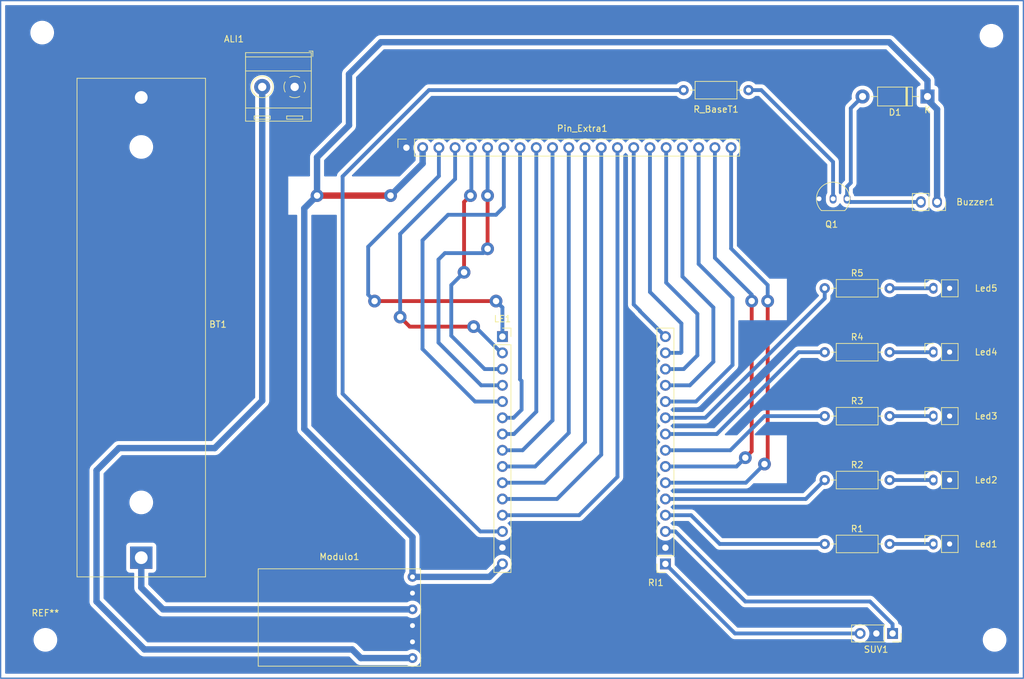
<source format=kicad_pcb>
(kicad_pcb (version 20240108) (generator "pcbnew") (generator_version "8.0")
  (layers (0 "F.Cu" signal) (31 "B.Cu" signal) (34 "B.Paste" user) (35 "F.Paste" user) (36 "B.SilkS" user "B.Silkscreen") (37 "F.SilkS" user "F.Silkscreen") (38 "B.Mask" user) (39 "F.Mask" user) (44 "Edge.Cuts" user))
  (net 0 "")
  (net 1 "GND")
  (net 2 "Net-(Buzzer1-Pin_2)")
  (net 3 "Net-(Buzzer1-Pin_1)")
  (net 4 "Net-(LE1-Pin_10)")
  (net 5 "Net-(LE1-Pin_7)")
  (net 6 "Net-(LE1-Pin_12)")
  (net 7 "Net-(LE1-Pin_6)")
  (net 8 "Net-(LE1-Pin_8)")
  (net 9 "Net-(LE1-Pin_11)")
  (net 10 "Net-(LE1-Pin_2)")
  (net 11 "Net-(LE1-Pin_9)")
  (net 12 "Net-(LE1-Pin_4)")
  (net 13 "Net-(LE1-Pin_3)")
  (net 14 "Net-(LE1-Pin_5)")
  (net 15 "Net-(Led1-Pin_1)")
  (net 16 "Net-(Led2-Pin_1)")
  (net 17 "Net-(Led3-Pin_1)")
  (net 18 "Net-(Led4-Pin_1)")
  (net 19 "Net-(Led5-Pin_1)")
  (net 20 "Net-(RI1-Pin_4)")
  (net 21 "Net-(RI1-Pin_5)")
  (net 22 "Net-(RI1-Pin_8)")
  (net 23 "Net-(RI1-Pin_9)")
  (net 24 "Net-(RI1-Pin_10)")
  (net 25 "Net-(RI1-Pin_1)")
  (net 26 "Net-(RI1-Pin_3)")
  (net 27 "Net-(LE1-Pin_13)")
  (net 28 "Net-(LE1-Pin_1)")
  (net 29 "Net-(Pin_Extra1-Pin_20)")
  (net 30 "Net-(Pin_Extra1-Pin_16)")
  (net 31 "Net-(Pin_Extra1-Pin_19)")
  (net 32 "Net-(Pin_Extra1-Pin_15)")
  (net 33 "Net-(Pin_Extra1-Pin_18)")
  (net 34 "Net-(ALI1-Pin_2)")
  (net 35 "Net-(BT1-+)")
  (net 36 "Net-(Pin_Extra1-Pin_21)")
  (net 37 "Net-(Pin_Extra1-Pin_17)")
  (net 38 "Net-(Q1-B)")
  (footprint "Resistor_THT:R_Axial_DIN0207_L6.3mm_D2.5mm_P10.16mm_Horizontal" (layer "F.Cu") (at 241.42 96.5)
    (property "Reference" "R3" (at 5.08 -2.37 0) (layer "F.SilkS"))
    (property "Value" "R-L3")
    (fp_line (start 1.04 0) (end 1.81 0) (stroke (width 0.12)) (layer "F.SilkS"))
    (fp_line (start 1.81 -1.37) (end 1.81 1.37) (stroke (width 0.12)) (layer "F.SilkS"))
    (fp_line (start 1.81 1.37) (end 8.35 1.37) (stroke (width 0.12)) (layer "F.SilkS"))
    (fp_line (start 8.35 -1.37) (end 1.81 -1.37) (stroke (width 0.12)) (layer "F.SilkS"))
    (fp_line (start 8.35 1.37) (end 8.35 -1.37) (stroke (width 0.12)) (layer "F.SilkS"))
    (fp_line (start 9.12 0) (end 8.35 0) (stroke (width 0.12)) (layer "F.SilkS"))
    (pad "1" thru_hole circle (at 0 0) (size 1.6 1.6) (drill 0.8) (layers "*.Cu" "*.Mask") (net 22 "Net-(RI1-Pin_8)"))
    (pad "2" thru_hole oval (at 10.16 0) (size 1.6 1.6) (drill 0.8) (layers "*.Cu" "*.Mask") (net 17 "Net-(Led3-Pin_1)"))
  )
  (footprint "Connector_PinSocket_2.54mm:PinSocket_1x02_P2.54mm_Vertical" (layer "F.Cu") (at 258.42 76.5 90)
    (property "Reference" "Led5" (at 0 8.25 180) (layer "F.SilkS"))
    (property "Value" "L5")
    (fp_line (start 1.33 -1.33) (end 1.33 0) (stroke (width 0.12)) (layer "F.SilkS"))
    (fp_line (start 0 -1.33) (end 1.33 -1.33) (stroke (width 0.12)) (layer "F.SilkS"))
    (fp_line (start 1.33 1.27) (end 1.33 3.87) (stroke (width 0.12)) (layer "F.SilkS"))
    (fp_line (start -1.33 1.27) (end 1.33 1.27) (stroke (width 0.12)) (layer "F.SilkS"))
    (fp_line (start -1.33 1.27) (end -1.33 3.87) (stroke (width 0.12)) (layer "F.SilkS"))
    (fp_line (start -1.33 3.87) (end 1.33 3.87) (stroke (width 0.12)) (layer "F.SilkS"))
    (pad "1" thru_hole oval (at 0 0 90) (size 1.7 1.3) (drill 0.8) (layers "*.Cu" "*.Mask") (net 19 "Net-(Led5-Pin_1)"))
    (pad "2" thru_hole oval (at 0 2.54 90) (size 1.7 1.3) (drill 0.8) (layers "*.Cu" "*.Mask") (net 1 "GND"))
  )
  (footprint "Connector_PinSocket_2.54mm:PinSocket_1x15_P2.54mm_Vertical" (layer "F.Cu") (at 216.5 119.62 180)
    (property "Reference" "RI1" (at 1.5 -2.94 0) (layer "F.SilkS"))
    (property "Value" "Conn_01x15_Socket" (hide yes))
    (fp_line (start 1.33 1.27) (end 1.33 36.89) (stroke (width 0.12)) (layer "F.SilkS"))
    (fp_line (start 1.33 -1.33) (end 1.33 0) (stroke (width 0.12)) (layer "F.SilkS"))
    (fp_line (start 0 -1.33) (end 1.33 -1.33) (stroke (width 0.12)) (layer "F.SilkS"))
    (fp_line (start -1.33 36.89) (end 1.33 36.89) (stroke (width 0.12)) (layer "F.SilkS"))
    (fp_line (start -1.33 1.27) (end 1.33 1.27) (stroke (width 0.12)) (layer "F.SilkS"))
    (fp_line (start -1.33 1.27) (end -1.33 36.89) (stroke (width 0.12)) (layer "F.SilkS"))
    (pad "1" thru_hole rect (at 0 0 180) (size 1.7 1.7) (drill 1) (layers "*.Cu" "*.Mask") (net 25 "Net-(RI1-Pin_1)"))
    (pad "2" thru_hole oval (at 0 2.54 180) (size 1.7 1.7) (drill 1) (layers "*.Cu" "*.Mask") (net 1 "GND"))
    (pad "3" thru_hole oval (at 0 5.08 180) (size 1.7 1.7) (drill 1) (layers "*.Cu" "*.Mask") (net 26 "Net-(RI1-Pin_3)"))
    (pad "4" thru_hole oval (at 0 7.62 180) (size 1.7 1.7) (drill 1) (layers "*.Cu" "*.Mask") (net 20 "Net-(RI1-Pin_4)"))
    (pad "5" thru_hole oval (at 0 10.16 180) (size 1.7 1.7) (drill 1) (layers "*.Cu" "*.Mask") (net 21 "Net-(RI1-Pin_5)"))
    (pad "6" thru_hole oval (at 0 12.7 180) (size 1.7 1.7) (drill 1) (layers "*.Cu" "*.Mask") (net 36 "Net-(Pin_Extra1-Pin_21)"))
    (pad "7" thru_hole oval (at 0 15.24 180) (size 1.7 1.7) (drill 1) (layers "*.Cu" "*.Mask") (net 29 "Net-(Pin_Extra1-Pin_20)"))
    (pad "8" thru_hole oval (at 0 17.78 180) (size 1.7 1.7) (drill 1) (layers "*.Cu" "*.Mask") (net 22 "Net-(RI1-Pin_8)"))
    (pad "9" thru_hole oval (at 0 20.32 180) (size 1.7 1.7) (drill 1) (layers "*.Cu" "*.Mask") (net 23 "Net-(RI1-Pin_9)"))
    (pad "10" thru_hole oval (at 0 22.86 180) (size 1.7 1.7) (drill 1) (layers "*.Cu" "*.Mask") (net 24 "Net-(RI1-Pin_10)"))
    (pad "11" thru_hole oval (at 0 25.4 180) (size 1.7 1.7) (drill 1) (layers "*.Cu" "*.Mask") (net 31 "Net-(Pin_Extra1-Pin_19)"))
    (pad "12" thru_hole oval (at 0 27.94 180) (size 1.7 1.7) (drill 1) (layers "*.Cu" "*.Mask") (net 33 "Net-(Pin_Extra1-Pin_18)"))
    (pad "13" thru_hole oval (at 0 30.48 180) (size 1.7 1.7) (drill 1) (layers "*.Cu" "*.Mask") (net 37 "Net-(Pin_Extra1-Pin_17)"))
    (pad "14" thru_hole oval (at 0 33.02 180) (size 1.7 1.7) (drill 1) (layers "*.Cu" "*.Mask") (net 30 "Net-(Pin_Extra1-Pin_16)"))
    (pad "15" thru_hole oval (at 0 35.56 180) (size 1.7 1.7) (drill 1) (layers "*.Cu" "*.Mask") (net 32 "Net-(Pin_Extra1-Pin_15)"))
  )
  (footprint "Resistor_THT:R_Axial_DIN0207_L6.3mm_D2.5mm_P10.16mm_Horizontal" (layer "F.Cu") (at 241.42 106.5)
    (property "Reference" "R2" (at 5.08 -2.37 0) (layer "F.SilkS"))
    (property "Value" "R-L2")
    (fp_line (start 1.04 0) (end 1.81 0) (stroke (width 0.12)) (layer "F.SilkS"))
    (fp_line (start 1.81 -1.37) (end 1.81 1.37) (stroke (width 0.12)) (layer "F.SilkS"))
    (fp_line (start 1.81 1.37) (end 8.35 1.37) (stroke (width 0.12)) (layer "F.SilkS"))
    (fp_line (start 8.35 -1.37) (end 1.81 -1.37) (stroke (width 0.12)) (layer "F.SilkS"))
    (fp_line (start 8.35 1.37) (end 8.35 -1.37) (stroke (width 0.12)) (layer "F.SilkS"))
    (fp_line (start 9.12 0) (end 8.35 0) (stroke (width 0.12)) (layer "F.SilkS"))
    (pad "1" thru_hole circle (at 0 0) (size 1.6 1.6) (drill 0.8) (layers "*.Cu" "*.Mask") (net 21 "Net-(RI1-Pin_5)"))
    (pad "2" thru_hole oval (at 10.16 0) (size 1.6 1.6) (drill 0.8) (layers "*.Cu" "*.Mask") (net 16 "Net-(Led2-Pin_1)"))
  )
  (footprint "Resistor_THT:R_Axial_DIN0207_L6.3mm_D2.5mm_P10.16mm_Horizontal" (layer "F.Cu") (at 241.42 86.5)
    (property "Reference" "R4" (at 5.08 -2.37 0) (layer "F.SilkS"))
    (property "Value" "R-L4")
    (fp_line (start 1.04 0) (end 1.81 0) (stroke (width 0.12)) (layer "F.SilkS"))
    (fp_line (start 1.81 -1.37) (end 1.81 1.37) (stroke (width 0.12)) (layer "F.SilkS"))
    (fp_line (start 1.81 1.37) (end 8.35 1.37) (stroke (width 0.12)) (layer "F.SilkS"))
    (fp_line (start 8.35 -1.37) (end 1.81 -1.37) (stroke (width 0.12)) (layer "F.SilkS"))
    (fp_line (start 8.35 1.37) (end 8.35 -1.37) (stroke (width 0.12)) (layer "F.SilkS"))
    (fp_line (start 9.12 0) (end 8.35 0) (stroke (width 0.12)) (layer "F.SilkS"))
    (pad "1" thru_hole circle (at 0 0) (size 1.6 1.6) (drill 0.8) (layers "*.Cu" "*.Mask") (net 23 "Net-(RI1-Pin_9)"))
    (pad "2" thru_hole oval (at 10.16 0) (size 1.6 1.6) (drill 0.8) (layers "*.Cu" "*.Mask") (net 18 "Net-(Led4-Pin_1)"))
  )
  (footprint "Battery:BatteryHolder_MPD_BH-18650-PC2" (layer "F.Cu") (at 134.5 118.645 90)
    (property "Reference" "BT1" (at 36.5 12 180) (layer "F.SilkS"))
    (property "Value" "Battery")
    (fp_line (start 75 -10.05) (end 75 10.05) (stroke (width 0.12)) (layer "F.SilkS"))
    (fp_line (start -3 -10.05) (end 75 -10.05) (stroke (width 0.12)) (layer "F.SilkS"))
    (fp_line (start 75 10.05) (end -3 10.05) (stroke (width 0.12)) (layer "F.SilkS"))
    (fp_line (start -3 10.05) (end -3 -10.05) (stroke (width 0.12)) (layer "F.SilkS"))
    (pad "" np_thru_hole circle (at 8.645 0 90) (size 3.2 3.2) (drill 3.2) (layers "*.Cu" "*.Mask"))
    (pad "" np_thru_hole circle (at 64.255 0 90) (size 3.2 3.2) (drill 3.2) (layers "*.Cu" "*.Mask"))
    (pad "1" thru_hole rect (at 0 0 90) (size 3.5 3.5) (drill 2) (layers "*.Cu" "*.Mask") (net 35 "Net-(BT1-+)"))
    (pad "2" thru_hole circle (at 72 0 90) (size 3.5 3.5) (drill 2) (layers "*.Cu" "*.Mask") (net 1 "GND"))
  )
  (footprint "Resistor_THT:R_Axial_DIN0207_L6.3mm_D2.5mm_P10.16mm_Horizontal" (layer "F.Cu") (at 229.5 45.5 180)
    (property "Reference" "R_BaseT1" (at 5.08 -3 0) (layer "F.SilkS"))
    (property "Value" "R-L5")
    (fp_line (start 9.12 0) (end 8.35 0) (stroke (width 0.12)) (layer "F.SilkS"))
    (fp_line (start 8.35 1.37) (end 8.35 -1.37) (stroke (width 0.12)) (layer "F.SilkS"))
    (fp_line (start 8.35 -1.37) (end 1.81 -1.37) (stroke (width 0.12)) (layer "F.SilkS"))
    (fp_line (start 1.81 1.37) (end 8.35 1.37) (stroke (width 0.12)) (layer "F.SilkS"))
    (fp_line (start 1.81 -1.37) (end 1.81 1.37) (stroke (width 0.12)) (layer "F.SilkS"))
    (fp_line (start 1.04 0) (end 1.81 0) (stroke (width 0.12)) (layer "F.SilkS"))
    (pad "1" thru_hole circle (at 0 0 180) (size 1.6 1.6) (drill 0.8) (layers "*.Cu" "*.Mask") (net 38 "Net-(Q1-B)"))
    (pad "2" thru_hole oval (at 10.16 0 180) (size 1.6 1.6) (drill 0.8) (layers "*.Cu" "*.Mask") (net 27 "Net-(LE1-Pin_13)"))
  )
  (footprint "Resistor_THT:R_Axial_DIN0207_L6.3mm_D2.5mm_P10.16mm_Horizontal" (layer "F.Cu") (at 241.42 76.5)
    (property "Reference" "R5" (at 5.08 -2.37 0) (layer "F.SilkS"))
    (property "Value" "R-L5")
    (fp_line (start 1.04 0) (end 1.81 0) (stroke (width 0.12)) (layer "F.SilkS"))
    (fp_line (start 1.81 -1.37) (end 1.81 1.37) (stroke (width 0.12)) (layer "F.SilkS"))
    (fp_line (start 1.81 1.37) (end 8.35 1.37) (stroke (width 0.12)) (layer "F.SilkS"))
    (fp_line (start 8.35 -1.37) (end 1.81 -1.37) (stroke (width 0.12)) (layer "F.SilkS"))
    (fp_line (start 8.35 1.37) (end 8.35 -1.37) (stroke (width 0.12)) (layer "F.SilkS"))
    (fp_line (start 9.12 0) (end 8.35 0) (stroke (width 0.12)) (layer "F.SilkS"))
    (pad "1" thru_hole circle (at 0 0) (size 1.6 1.6) (drill 0.8) (layers "*.Cu" "*.Mask") (net 24 "Net-(RI1-Pin_10)"))
    (pad "2" thru_hole oval (at 10.16 0) (size 1.6 1.6) (drill 0.8) (layers "*.Cu" "*.Mask") (net 19 "Net-(Led5-Pin_1)"))
  )
  (footprint "" (layer "F.Cu") (at 119 36.5)
    (property "Reference" "" (at 0 0 0) (layer "F.SilkS") (effects (font (size 1.27 1.27))))
    (property "Value" "")
    (pad "" np_thru_hole circle (at 0 0) (size 3.2 3.2) (drill 3.2) (layers "*.Cu" "*.Mask"))
  )
  (footprint "" (layer "F.Cu") (at 268 131.5)
    (property "Reference" "" (at 0 0 0) (layer "F.SilkS") (effects (font (size 1.27 1.27))))
    (property "Value" "")
    (pad "" np_thru_hole circle (at 0 0) (size 3.2 3.2) (drill 3.2) (layers "*.Cu" "*.Mask"))
  )
  (footprint "MountingHole:MountingHole_3.2mm_M3" (layer "F.Cu") (at 119.5 131.5)
    (property "Reference" "REF**" (at 0 -4.2 0) (layer "F.SilkS"))
    (property "Value" "MountingHole_3.2mm_M3")
    (pad "" np_thru_hole circle (at 0 0) (size 3.2 3.2) (drill 3.2) (layers "*.Cu" "*.Mask"))
  )
  (footprint "Connector_PinSocket_2.54mm:PinSocket_1x03_P2.54mm_Vertical" (layer "F.Cu") (at 252.04 130.5 -90)
    (property "Reference" "SUV1" (at 2.5 2.58 180) (layer "F.SilkS"))
    (property "Value" "Conexion sensor UV")
    (fp_line (start -1.33 6.41) (end 1.33 6.41) (stroke (width 0.12)) (layer "F.SilkS"))
    (fp_line (start -1.33 1.27) (end -1.33 6.41) (stroke (width 0.12)) (layer "F.SilkS"))
    (fp_line (start -1.33 1.27) (end 1.33 1.27) (stroke (width 0.12)) (layer "F.SilkS"))
    (fp_line (start 1.33 1.27) (end 1.33 6.41) (stroke (width 0.12)) (layer "F.SilkS"))
    (fp_line (start 0 -1.33) (end 1.33 -1.33) (stroke (width 0.12)) (layer "F.SilkS"))
    (fp_line (start 1.33 -1.33) (end 1.33 0) (stroke (width 0.12)) (layer "F.SilkS"))
    (pad "1" thru_hole rect (at 0 0 270) (size 1.7 1.7) (drill 1) (layers "*.Cu" "*.Mask") (net 26 "Net-(RI1-Pin_3)"))
    (pad "2" thru_hole oval (at 0 2.54 270) (size 1.7 1.7) (drill 1) (layers "*.Cu" "*.Mask") (net 1 "GND"))
    (pad "3" thru_hole oval (at 0 5.08 270) (size 1.7 1.7) (drill 1) (layers "*.Cu" "*.Mask") (net 25 "Net-(RI1-Pin_1)"))
  )
  (footprint "Resistor_THT:R_Axial_DIN0207_L6.3mm_D2.5mm_P10.16mm_Horizontal" (layer "F.Cu") (at 241.42 116.5)
    (property "Reference" "R1" (at 5.08 -2.37 0) (layer "F.SilkS"))
    (property "Value" "R-L1")
    (fp_line (start 1.04 0) (end 1.81 0) (stroke (width 0.12)) (layer "F.SilkS"))
    (fp_line (start 1.81 -1.37) (end 1.81 1.37) (stroke (width 0.12)) (layer "F.SilkS"))
    (fp_line (start 1.81 1.37) (end 8.35 1.37) (stroke (width 0.12)) (layer "F.SilkS"))
    (fp_line (start 8.35 -1.37) (end 1.81 -1.37) (stroke (width 0.12)) (layer "F.SilkS"))
    (fp_line (start 8.35 1.37) (end 8.35 -1.37) (stroke (width 0.12)) (layer "F.SilkS"))
    (fp_line (start 9.12 0) (end 8.35 0) (stroke (width 0.12)) (layer "F.SilkS"))
    (pad "1" thru_hole circle (at 0 0) (size 1.6 1.6) (drill 0.8) (layers "*.Cu" "*.Mask") (net 20 "Net-(RI1-Pin_4)"))
    (pad "2" thru_hole oval (at 10.16 0) (size 1.6 1.6) (drill 0.8) (layers "*.Cu" "*.Mask") (net 15 "Net-(Led1-Pin_1)"))
  )
  (footprint "Diode_THT:D_DO-41_SOD81_P10.16mm_Horizontal" (layer "F.Cu") (at 257.5 46.5 180)
    (property "Reference" "D1" (at 5.08 -2.47 0) (layer "F.SilkS"))
    (property "Value" "1N4007")
    (fp_line (start 8.82 0) (end 7.8 0) (stroke (width 0.12)) (layer "F.SilkS"))
    (fp_line (start 7.8 1.47) (end 7.8 -1.47) (stroke (width 0.12)) (layer "F.SilkS"))
    (fp_line (start 7.8 -1.47) (end 2.36 -1.47) (stroke (width 0.12)) (layer "F.SilkS"))
    (fp_line (start 3.38 -1.47) (end 3.38 1.47) (stroke (width 0.12)) (layer "F.SilkS"))
    (fp_line (start 3.26 -1.47) (end 3.26 1.47) (stroke (width 0.12)) (layer "F.SilkS"))
    (fp_line (start 3.14 -1.47) (end 3.14 1.47) (stroke (width 0.12)) (layer "F.SilkS"))
    (fp_line (start 2.36 1.47) (end 7.8 1.47) (stroke (width 0.12)) (layer "F.SilkS"))
    (fp_line (start 2.36 -1.47) (end 2.36 1.47) (stroke (width 0.12)) (layer "F.SilkS"))
    (fp_line (start 1.34 0) (end 2.36 0) (stroke (width 0.12)) (layer "F.SilkS"))
    (fp_text user "K" (at 0 -2.1 0) (layer "F.SilkS"))
    (pad "1" thru_hole rect (at 0 0 180) (size 2.2 2.2) (drill 1.1) (layers "*.Cu" "*.Mask") (net 3 "Net-(Buzzer1-Pin_1)"))
    (pad "2" thru_hole oval (at 10.16 0 180) (size 2.2 2.2) (drill 1.1) (layers "*.Cu" "*.Mask") (net 2 "Net-(Buzzer1-Pin_2)"))
  )
  (footprint "Connector_PinSocket_2.54mm:PinSocket_1x21_P2.54mm_Vertical" (layer "F.Cu") (at 175.98 54.5 90)
    (property "Reference" "Pin_Extra1" (at 3 27.52 180) (layer "F.SilkS"))
    (property "Value" "Conn_01x21_Socket")
    (fp_line (start 1.33 -1.33) (end 1.33 0) (stroke (width 0.12)) (layer "F.SilkS"))
    (fp_line (start 0 -1.33) (end 1.33 -1.33) (stroke (width 0.12)) (layer "F.SilkS"))
    (fp_line (start 1.33 1.27) (end 1.33 52.13) (stroke (width 0.12)) (layer "F.SilkS"))
    (fp_line (start -1.33 1.27) (end 1.33 1.27) (stroke (width 0.12)) (layer "F.SilkS"))
    (fp_line (start -1.33 1.27) (end -1.33 52.13) (stroke (width 0.12)) (layer "F.SilkS"))
    (fp_line (start -1.33 52.13) (end 1.33 52.13) (stroke (width 0.12)) (layer "F.SilkS"))
    (pad "1" thru_hole rect (at 0 0 90) (size 1.7 1.7) (drill 1) (layers "*.Cu" "*.Mask") (net 1 "GND"))
    (pad "2" thru_hole oval (at 0 2.54 90) (size 1.7 1.7) (drill 1) (layers "*.Cu" "*.Mask") (net 3 "Net-(Buzzer1-Pin_1)"))
    (pad "3" thru_hole oval (at 0 5.08 90) (size 1.7 1.7) (drill 1) (layers "*.Cu" "*.Mask") (net 28 "Net-(LE1-Pin_1)"))
    (pad "4" thru_hole oval (at 0 7.62 90) (size 1.7 1.7) (drill 1) (layers "*.Cu" "*.Mask") (net 10 "Net-(LE1-Pin_2)"))
    (pad "5" thru_hole oval (at 0 10.16 90) (size 1.7 1.7) (drill 1) (layers "*.Cu" "*.Mask") (net 13 "Net-(LE1-Pin_3)"))
    (pad "6" thru_hole oval (at 0 12.7 90) (size 1.7 1.7) (drill 1) (layers "*.Cu" "*.Mask") (net 12 "Net-(LE1-Pin_4)"))
    (pad "7" thru_hole oval (at 0 15.24 90) (size 1.7 1.7) (drill 1) (layers "*.Cu" "*.Mask") (net 14 "Net-(LE1-Pin_5)"))
    (pad "8" thru_hole oval (at 0 17.78 90) (size 1.7 1.7) (drill 1) (layers "*.Cu" "*.Mask") (net 7 "Net-(LE1-Pin_6)"))
    (pad "9" thru_hole oval (at 0 20.32 90) (size 1.7 1.7) (drill 1) (layers "*.Cu" "*.Mask") (net 5 "Net-(LE1-Pin_7)"))
    (pad "10" thru_hole oval (at 0 22.86 90) (size 1.7 1.7) (drill 1) (layers "*.Cu" "*.Mask") (net 8 "Net-(LE1-Pin_8)"))
    (pad "11" thru_hole oval (at 0 25.4 90) (size 1.7 1.7) (drill 1) (layers "*.Cu" "*.Mask") (net 11 "Net-(LE1-Pin_9)"))
    (pad "12" thru_hole oval (at 0 27.94 90) (size 1.7 1.7) (drill 1) (layers "*.Cu" "*.Mask") (net 4 "Net-(LE1-Pin_10)"))
    (pad "13" thru_hole oval (at 0 30.48 90) (size 1.7 1.7) (drill 1) (layers "*.Cu" "*.Mask") (net 9 "Net-(LE1-Pin_11)"))
    (pad "14" thru_hole oval (at 0 33.02 90) (size 1.7 1.7) (drill 1) (layers "*.Cu" "*.Mask") (net 6 "Net-(LE1-Pin_12)"))
    (pad "15" thru_hole oval (at 0 35.56 90) (size 1.7 1.7) (drill 1) (layers "*.Cu" "*.Mask") (net 32 "Net-(Pin_Extra1-Pin_15)"))
    (pad "16" thru_hole oval (at 0 38.1 90) (size 1.7 1.7) (drill 1) (layers "*.Cu" "*.Mask") (net 30 "Net-(Pin_Extra1-Pin_16)"))
    (pad "17" thru_hole oval (at 0 40.64 90) (size 1.7 1.7) (drill 1) (layers "*.Cu" "*.Mask") (net 37 "Net-(Pin_Extra1-Pin_17)"))
    (pad "18" thru_hole oval (at 0 43.18 90) (size 1.7 1.7) (drill 1) (layers "*.Cu" "*.Mask") (net 33 "Net-(Pin_Extra1-Pin_18)"))
    (pad "19" thru_hole oval (at 0 45.72 90) (size 1.7 1.7) (drill 1) (layers "*.Cu" "*.Mask") (net 31 "Net-(Pin_Extra1-Pin_19)"))
    (pad "20" thru_hole oval (at 0 48.26 90) (size 1.7 1.7) (drill 1) (layers "*.Cu" "*.Mask") (net 29 "Net-(Pin_Extra1-Pin_20)"))
    (pad "21" thru_hole oval (at 0 50.8 90) (size 1.7 1.7) (drill 1) (layers "*.Cu" "*.Mask") (net 36 "Net-(Pin_Extra1-Pin_21)"))
  )
  (footprint "Connector_PinSocket_2.54mm:PinSocket_1x15_P2.54mm_Vertical" (layer "F.Cu") (at 191 84.06)
    (property "Reference" "LE1" (at 0 -2.77 0) (layer "F.SilkS"))
    (property "Value" "Conn_01x15_Socket")
    (fp_line (start -1.33 1.27) (end -1.33 36.89) (stroke (width 0.12)) (layer "F.SilkS"))
    (fp_line (start -1.33 1.27) (end 1.33 1.27) (stroke (width 0.12)) (layer "F.SilkS"))
    (fp_line (start -1.33 36.89) (end 1.33 36.89) (stroke (width 0.12)) (layer "F.SilkS"))
    (fp_line (start 0 -1.33) (end 1.33 -1.33) (stroke (width 0.12)) (layer "F.SilkS"))
    (fp_line (start 1.33 -1.33) (end 1.33 0) (stroke (width 0.12)) (layer "F.SilkS"))
    (fp_line (start 1.33 1.27) (end 1.33 36.89) (stroke (width 0.12)) (layer "F.SilkS"))
    (pad "1" thru_hole rect (at 0 0) (size 1.7 1.7) (drill 1) (layers "*.Cu" "*.Mask") (net 28 "Net-(LE1-Pin_1)"))
    (pad "2" thru_hole oval (at 0 2.54) (size 1.7 1.7) (drill 1) (layers "*.Cu" "*.Mask") (net 10 "Net-(LE1-Pin_2)"))
    (pad "3" thru_hole oval (at 0 5.08) (size 1.7 1.7) (drill 1) (layers "*.Cu" "*.Mask") (net 13 "Net-(LE1-Pin_3)"))
    (pad "4" thru_hole oval (at 0 7.62) (size 1.7 1.7) (drill 1) (layers "*.Cu" "*.Mask") (net 12 "Net-(LE1-Pin_4)"))
    (pad "5" thru_hole oval (at 0 10.16) (size 1.7 1.7) (drill 1) (layers "*.Cu" "*.Mask") (net 14 "Net-(LE1-Pin_5)"))
    (pad "6" thru_hole oval (at 0 12.7) (size 1.7 1.7) (drill 1) (layers "*.Cu" "*.Mask") (net 7 "Net-(LE1-Pin_6)"))
    (pad "7" thru_hole oval (at 0 15.24) (size 1.7 1.7) (drill 1) (layers "*.Cu" "*.Mask") (net 5 "Net-(LE1-Pin_7)"))
    (pad "8" thru_hole oval (at 0 17.78) (size 1.7 1.7) (drill 1) (layers "*.Cu" "*.Mask") (net 8 "Net-(LE1-Pin_8)"))
    (pad "9" thru_hole oval (at 0 20.32) (size 1.7 1.7) (drill 1) (layers "*.Cu" "*.Mask") (net 11 "Net-(LE1-Pin_9)"))
    (pad "10" thru_hole oval (at 0 22.86) (size 1.7 1.7) (drill 1) (layers "*.Cu" "*.Mask") (net 4 "Net-(LE1-Pin_10)"))
    (pad "11" thru_hole oval (at 0 25.4) (size 1.7 1.7) (drill 1) (layers "*.Cu" "*.Mask") (net 9 "Net-(LE1-Pin_11)"))
    (pad "12" thru_hole oval (at 0 27.94) (size 1.7 1.7) (drill 1) (layers "*.Cu" "*.Mask") (net 6 "Net-(LE1-Pin_12)"))
    (pad "13" thru_hole oval (at 0 30.48) (size 1.7 1.7) (drill 1) (layers "*.Cu" "*.Mask") (net 27 "Net-(LE1-Pin_13)"))
    (pad "14" thru_hole oval (at 0 33.02) (size 1.7 1.7) (drill 1) (layers "*.Cu" "*.Mask") (net 1 "GND"))
    (pad "15" thru_hole oval (at 0 35.56) (size 1.7 1.7) (drill 1) (layers "*.Cu" "*.Mask") (net 3 "Net-(Buzzer1-Pin_1)"))
  )
  (footprint "Package_TO_SOT_THT:TO-92_Inline" (layer "F.Cu") (at 241.46 62.5)
    (property "Reference" "Q1" (at 1.04 4 0) (layer "F.SilkS"))
    (property "Value" "2N3904")
    (fp_line (start -0.53 1.85) (end 3.07 1.85) (stroke (width 0.12)) (layer "F.SilkS"))
    (fp_arc (start -0.568478 1.838478) (mid -1.132087 -0.994977) (end 1.27 -2.6) (stroke (width 0.12)) (layer "F.SilkS"))
    (fp_arc (start 1.27 -2.6) (mid 3.672087 -0.994977) (end 3.108478 1.838478) (stroke (width 0.12)) (layer "F.SilkS"))
    (pad "1" thru_hole rect (at -0.92 0) (size 1.05 1.5) (drill 0.75) (layers "*.Cu" "*.Mask") (net 1 "GND"))
    (pad "2" thru_hole oval (at 1.27 0) (size 1.05 1.5) (drill 0.75) (layers "*.Cu" "*.Mask") (net 38 "Net-(Q1-B)"))
    (pad "3" thru_hole oval (at 3.46 0) (size 1.05 1.5) (drill 0.75) (layers "*.Cu" "*.Mask") (net 2 "Net-(Buzzer1-Pin_2)"))
  )
  (footprint "Connector_PinSocket_2.54mm:PinSocket_1x02_P2.54mm_Vertical" (layer "F.Cu") (at 258.42 96.5 90)
    (property "Reference" "Led3" (at 0 8.25 180) (layer "F.SilkS"))
    (property "Value" "L3")
    (fp_line (start 1.33 -1.33) (end 1.33 0) (stroke (width 0.12)) (layer "F.SilkS"))
    (fp_line (start 0 -1.33) (end 1.33 -1.33) (stroke (width 0.12)) (layer "F.SilkS"))
    (fp_line (start 1.33 1.27) (end 1.33 3.87) (stroke (width 0.12)) (layer "F.SilkS"))
    (fp_line (start -1.33 1.27) (end 1.33 1.27) (stroke (width 0.12)) (layer "F.SilkS"))
    (fp_line (start -1.33 1.27) (end -1.33 3.87) (stroke (width 0.12)) (layer "F.SilkS"))
    (fp_line (start -1.33 3.87) (end 1.33 3.87) (stroke (width 0.12)) (layer "F.SilkS"))
    (pad "1" thru_hole oval (at 0 0 90) (size 1.7 1.3) (drill 0.8) (layers "*.Cu" "*.Mask") (net 17 "Net-(Led3-Pin_1)"))
    (pad "2" thru_hole oval (at 0 2.54 90) (size 1.7 1.3) (drill 0.8) (layers "*.Cu" "*.Mask") (net 1 "GND"))
  )
  (footprint "CD42:mh-cd42" (layer "F.Cu") (at 165.5 128 90)
    (property "Reference" "Modulo1" (at 9.5 0 0) (layer "F.SilkS"))
    (property "Value" "mh-cd42")
    (fp_rect (start -7.62 -12.7) (end 7.62 12.7) (stroke (width 0.12)) (fill none) (layer "F.SilkS"))
    (pad "1" thru_hole circle (at -6.35 11.43 90) (size 1.524 1.524) (drill 0.762) (layers "*.Cu" "*.Mask") (net 34 "Net-(ALI1-Pin_2)"))
    (pad "2" thru_hole circle (at -3.81 11.43 90) (size 1.524 1.524) (drill 0.762) (layers "*.Cu" "*.Mask") (net 1 "GND"))
    (pad "3" thru_hole circle (at -1.27 11.43 90) (size 1.524 1.524) (drill 0.762) (layers "*.Cu" "*.Mask") (net 1 "GND"))
    (pad "4" thru_hole circle (at 1.27 11.43 90) (size 1.524 1.524) (drill 0.762) (layers "*.Cu" "*.Mask") (net 35 "Net-(BT1-+)"))
    (pad "5" thru_hole circle (at 3.81 11.43 90) (size 1.524 1.524) (drill 0.762) (layers "*.Cu" "*.Mask") (net 1 "GND"))
    (pad "6" thru_hole circle (at 6.35 11.43 90) (size 1.524 1.524) (drill 0.762) (layers "*.Cu" "*.Mask") (net 3 "Net-(Buzzer1-Pin_1)"))
  )
  (footprint "Connector_PinSocket_2.54mm:PinSocket_1x02_P2.54mm_Vertical" (layer "F.Cu") (at 258.42 106.5 90)
    (property "Reference" "Led2" (at 0 8.25 180) (layer "F.SilkS"))
    (property "Value" "L2")
    (fp_line (start 1.33 -1.33) (end 1.33 0) (stroke (width 0.12)) (layer "F.SilkS"))
    (fp_line (start 0 -1.33) (end 1.33 -1.33) (stroke (width 0.12)) (layer "F.SilkS"))
    (fp_line (start 1.33 1.27) (end 1.33 3.87) (stroke (width 0.12)) (layer "F.SilkS"))
    (fp_line (start -1.33 1.27) (end 1.33 1.27) (stroke (width 0.12)) (layer "F.SilkS"))
    (fp_line (start -1.33 1.27) (end -1.33 3.87) (stroke (width 0.12)) (layer "F.SilkS"))
    (fp_line (start -1.33 3.87) (end 1.33 3.87) (stroke (width 0.12)) (layer "F.SilkS"))
    (pad "1" thru_hole oval (at 0 0 90) (size 1.7 1.3) (drill 0.8) (layers "*.Cu" "*.Mask") (net 16 "Net-(Led2-Pin_1)"))
    (pad "2" thru_hole oval (at 0 2.54 90) (size 1.7 1.3) (drill 0.8) (layers "*.Cu" "*.Mask") (net 1 "GND"))
  )
  (footprint "Connector_PinSocket_2.54mm:PinSocket_1x02_P2.54mm_Vertical" (layer "F.Cu") (at 258.42 116.5 90)
    (property "Reference" "Led1" (at -0.025 8.25 180) (layer "F.SilkS"))
    (property "Value" "L1")
    (fp_line (start 1.33 -1.33) (end 1.33 0) (stroke (width 0.12)) (layer "F.SilkS"))
    (fp_line (start 0 -1.33) (end 1.33 -1.33) (stroke (width 0.12)) (layer "F.SilkS"))
    (fp_line (start 1.33 1.27) (end 1.33 3.87) (stroke (width 0.12)) (layer "F.SilkS"))
    (fp_line (start -1.33 1.27) (end 1.33 1.27) (stroke (width 0.12)) (layer "F.SilkS"))
    (fp_line (start -1.33 1.27) (end -1.33 3.87) (stroke (width 0.12)) (layer "F.SilkS"))
    (fp_line (start -1.33 3.87) (end 1.33 3.87) (stroke (width 0.12)) (layer "F.SilkS"))
    (pad "1" thru_hole oval (at 0 0 90) (size 1.7 1.3) (drill 0.8) (layers "*.Cu" "*.Mask") (net 15 "Net-(Led1-Pin_1)"))
    (pad "2" thru_hole oval (at 0 2.54 90) (size 1.7 1.3) (drill 0.8) (layers "*.Cu" "*.Mask") (net 1 "GND"))
  )
  (footprint "Connector_PinSocket_2.54mm:PinSocket_1x02_P2.54mm_Vertical" (layer "F.Cu") (at 258.42 86.475 90)
    (property "Reference" "Led4" (at 0 8.25 180) (layer "F.SilkS"))
    (property "Value" "L4")
    (fp_line (start 1.33 -1.33) (end 1.33 0) (stroke (width 0.12)) (layer "F.SilkS"))
    (fp_line (start 0 -1.33) (end 1.33 -1.33) (stroke (width 0.12)) (layer "F.SilkS"))
    (fp_line (start 1.33 1.27) (end 1.33 3.87) (stroke (width 0.12)) (layer "F.SilkS"))
    (fp_line (start -1.33 1.27) (end 1.33 1.27) (stroke (width 0.12)) (layer "F.SilkS"))
    (fp_line (start -1.33 1.27) (end -1.33 3.87) (stroke (width 0.12)) (layer "F.SilkS"))
    (fp_line (start -1.33 3.87) (end 1.33 3.87) (stroke (width 0.12)) (layer "F.SilkS"))
    (pad "1" thru_hole oval (at 0 0 90) (size 1.7 1.3) (drill 0.8) (layers "*.Cu" "*.Mask") (net 18 "Net-(Led4-Pin_1)"))
    (pad "2" thru_hole oval (at 0 2.54 90) (size 1.7 1.3) (drill 0.8) (layers "*.Cu" "*.Mask") (net 1 "GND"))
  )
  (footprint "TerminalBlock_RND:TerminalBlock_RND_205-00287_1x02_P5.08mm_Horizontal" (layer "F.Cu") (at 158.5 45 180)
    (property "Reference" "ALI1" (at 9.5 7.5 0) (layer "F.SilkS"))
    (property "Value" "Alimentacion")
    (fp_line (start 7.68 -5.36) (end 7.68 5.36) (stroke (width 0.12)) (layer "F.SilkS"))
    (fp_line (start 6.355 -1.069) (end 6.261 -0.976) (stroke (width 0.12)) (layer "F.SilkS"))
    (fp_line (start 6.33 -5.05) (end 6.33 -4.55) (stroke (width 0.12)) (layer "F.SilkS"))
    (fp_line (start 6.15 -1.275) (end 6.091 -1.216) (stroke (width 0.12)) (layer "F.SilkS"))
    (fp_line (start 4.07 1.216) (end 4.011 1.274) (stroke (width 0.12)) (layer "F.SilkS"))
    (fp_line (start 3.9 0.976) (end 3.806 1.069) (stroke (width 0.12)) (layer "F.SilkS"))
    (fp_line (start 3.83 -4.55) (end 6.33 -4.55) (stroke (width 0.12)) (layer "F.SilkS"))
    (fp_line (start 3.83 -5.05) (end 6.33 -5.05) (stroke (width 0.12)) (layer "F.SilkS"))
    (fp_line (start 3.83 -5.05) (end 3.83 -4.55) (stroke (width 0.12)) (layer "F.SilkS"))
    (fp_line (start 1.25 -5.05) (end 1.25 -4.55) (stroke (width 0.12)) (layer "F.SilkS"))
    (fp_line (start -1.25 -4.55) (end 1.25 -4.55) (stroke (width 0.12)) (layer "F.SilkS"))
    (fp_line (start -1.25 -5.05) (end 1.25 -5.05) (stroke (width 0.12)) (layer "F.SilkS"))
    (fp_line (start -1.25 -5.05) (end -1.25 -4.55) (stroke (width 0.12)) (layer "F.SilkS"))
    (fp_line (start -2.6 5.36) (end 7.68 5.36) (stroke (width 0.12)) (layer "F.SilkS"))
    (fp_line (start -2.6 4.7) (end 7.68 4.7) (stroke (width 0.12)) (layer "F.SilkS"))
    (fp_line (start -2.6 2.5) (end 7.68 2.5) (stroke (width 0.12)) (layer "F.SilkS"))
    (fp_line (start -2.6 -3.3) (end 7.68 -3.3) (stroke (width 0.12)) (layer "F.SilkS"))
    (fp_line (start -2.6 -5.36) (end 7.68 -5.36) (stroke (width 0.12)) (layer "F.SilkS"))
    (fp_line (start -2.6 -5.36) (end -2.6 5.36) (stroke (width 0.12)) (layer "F.SilkS"))
    (fp_line (start -2.84 5.6) (end -2.24 5.6) (stroke (width 0.12)) (layer "F.SilkS"))
    (fp_line (start -2.84 4.76) (end -2.84 5.6) (stroke (width 0.12)) (layer "F.SilkS"))
    (fp_arc (start 1.483953 -0.789089) (mid 1.680708 -0.00005) (end 1.484 0.789) (stroke (width 0.12)) (layer "F.SilkS"))
    (fp_arc (start 0.788712 1.483352) (mid 0.406429 1.630097) (end 0 1.68) (stroke (width 0.12)) (layer "F.SilkS"))
    (fp_arc (start 0.029383 1.68045) (mid -0.392304 1.634281) (end -0.789 1.484) (stroke (width 0.12)) (layer "F.SilkS"))
    (fp_arc (start -0.789089 -1.483953) (mid -0.00005 -1.680708) (end 0.789 -1.484) (stroke (width 0.12)) (layer "F.SilkS"))
    (fp_arc (start -1.483953 0.789089) (mid -1.680708 0.00005) (end -1.484 -0.789) (stroke (width 0.12)) (layer "F.SilkS"))
    (fp_circle (center 5.08 0) (end 6.76 0) (stroke (width 0.12)) (fill none) (layer "F.SilkS"))
    (pad "1" thru_hole rect (at 0 0 180) (size 2.5 2.5) (drill 1.3) (layers "*.Cu" "*.Mask") (net 1 "GND"))
    (pad "2" thru_hole circle (at 5.08 0 180) (size 2.5 2.5) (drill 1.3) (layers "*.Cu" "*.Mask") (net 34 "Net-(ALI1-Pin_2)"))
  )
  (footprint "Connector_PinSocket_2.54mm:PinSocket_1x02_P2.54mm_Vertical" (layer "F.Cu") (at 259 63 -90)
    (property "Reference" "Buzzer1" (at 0 -6 180) (layer "F.SilkS"))
    (property "Value" "Buzz")
    (fp_line (start -1.33 3.87) (end 1.33 3.87) (stroke (width 0.12)) (layer "F.SilkS"))
    (fp_line (start -1.33 1.27) (end -1.33 3.87) (stroke (width 0.12)) (layer "F.SilkS"))
    (fp_line (start -1.33 1.27) (end 1.33 1.27) (stroke (width 0.12)) (layer "F.SilkS"))
    (fp_line (start 1.33 1.27) (end 1.33 3.87) (stroke (width 0.12)) (layer "F.SilkS"))
    (fp_line (start 0 -1.33) (end 1.33 -1.33) (stroke (width 0.12)) (layer "F.SilkS"))
    (fp_line (start 1.33 -1.33) (end 1.33 0) (stroke (width 0.12)) (layer "F.SilkS"))
    (pad "1" thru_hole oval (at 0 0 270) (size 1.8 1.5) (drill 1) (layers "*.Cu" "*.Mask") (net 3 "Net-(Buzzer1-Pin_1)"))
    (pad "2" thru_hole oval (at 0 2.54 270) (size 1.8 1.5) (drill 1) (layers "*.Cu" "*.Mask") (net 2 "Net-(Buzzer1-Pin_2)"))
  )
  (footprint "" (layer "F.Cu") (at 267.5 37)
    (property "Reference" "" (at 0 0 0) (layer "F.SilkS") (effects (font (size 1.27 1.27))))
    (property "Value" "")
    (pad "" np_thru_hole circle (at 0 0) (size 3.2 3.2) (drill 3.2) (layers "*.Cu" "*.Mask"))
  )
  (gr_rect (start 112.5 31.5) (end 272.5 137.5) (stroke (width 0.2)) (fill none) (layer "B.Cu"))
  (segment (start 245.42 63) (end 244.92 62.5) (width 0.6) (layer "B.Cu") (net 2))
  (segment (start 256.46 63) (end 245.42 63) (width 0.6) (layer "B.Cu") (net 2))
  (segment (start 244.92 60.58) (end 245.5 60) (width 0.6) (layer "B.Cu") (net 2))
  (segment (start 245.5 60) (end 245.5 48.34) (width 0.6) (layer "B.Cu") (net 2))
  (segment (start 244.92 62.5) (end 244.92 60.58) (width 0.6) (layer "B.Cu") (net 2))
  (segment (start 245.5 48.34) (end 247.34 46.5) (width 0.6) (layer "B.Cu") (net 2))
  (segment (start 162 62) (end 173.5 62) (width 1) (layer "F.Cu") (net 3))
  (via (at 162 62) (size 2) (drill 1) (layers "F.Cu" "B.Cu") (net 3))
  (via (at 173.5 62) (size 2) (drill 1) (layers "F.Cu" "B.Cu") (net 3))
  (segment (start 188.97 121.65) (end 191 119.62) (width 1) (layer "B.Cu") (net 3))
  (segment (start 259 48.5) (end 259 63) (width 1) (layer "B.Cu") (net 3))
  (segment (start 176.93 115.43) (end 176.93 121.65) (width 1) (layer "B.Cu") (net 3))
  (segment (start 176.93 121.65) (end 188.97 121.65) (width 1) (layer "B.Cu") (net 3))
  (segment (start 167 43) (end 172 38) (width 1) (layer "B.Cu") (net 3))
  (segment (start 257.5 47) (end 259 48.5) (width 1) (layer "B.Cu") (net 3))
  (segment (start 257.5 46.5) (end 257.5 47) (width 1) (layer "B.Cu") (net 3))
  (segment (start 172 38) (end 251.5 38) (width 1) (layer "B.Cu") (net 3))
  (segment (start 160 98.5) (end 176.93 115.43) (width 1) (layer "B.Cu") (net 3))
  (segment (start 251.5 38) (end 257.5 44) (width 1) (layer "B.Cu") (net 3))
  (segment (start 173.5 62) (end 178.52 56.98) (width 1) (layer "B.Cu") (net 3))
  (segment (start 162 62) (end 162 56) (width 1) (layer "B.Cu") (net 3))
  (segment (start 167 51) (end 167 43) (width 1) (layer "B.Cu") (net 3))
  (segment (start 162 56) (end 167 51) (width 1) (layer "B.Cu") (net 3))
  (segment (start 257.5 44) (end 257.5 46.5) (width 1) (layer "B.Cu") (net 3))
  (segment (start 160 64) (end 160 98.5) (width 1) (layer "B.Cu") (net 3))
  (segment (start 162 62) (end 160 64) (width 1) (layer "B.Cu") (net 3))
  (segment (start 178.52 56.98) (end 178.52 54.5) (width 1) (layer "B.Cu") (net 3))
  (segment (start 197.58 106.92) (end 191 106.92) (width 0.6) (layer "B.Cu") (net 4))
  (segment (start 203.92 54.5) (end 203.92 100.58) (width 0.6) (layer "B.Cu") (net 4))
  (segment (start 203.92 100.58) (end 197.58 106.92) (width 0.6) (layer "B.Cu") (net 4))
  (segment (start 196.3 54.5) (end 196.3 95.8) (width 0.6) (layer "B.Cu") (net 5))
  (segment (start 196.3 95.8) (end 192.8 99.3) (width 0.6) (layer "B.Cu") (net 5))
  (segment (start 192.8 99.3) (end 191 99.3) (width 0.6) (layer "B.Cu") (net 5))
  (segment (start 209 106) (end 203 112) (width 0.6) (layer "B.Cu") (net 6))
  (segment (start 203 112) (end 191 112) (width 0.6) (layer "B.Cu") (net 6))
  (segment (start 209 54.5) (end 209 106) (width 0.6) (layer "B.Cu") (net 6))
  (segment (start 193.76 54.5) (end 193.76 90.76) (width 0.6) (layer "B.Cu") (net 7))
  (segment (start 192.74 96.76) (end 191 96.76) (width 0.6) (layer "B.Cu") (net 7))
  (segment (start 193.76 90.76) (end 194 91) (width 0.6) (layer "B.Cu") (net 7))
  (segment (start 194 95.5) (end 192.74 96.76) (width 0.6) (layer "B.Cu") (net 7))
  (segment (start 194 91) (end 194 95.5) (width 0.6) (layer "B.Cu") (net 7))
  (segment (start 198.84 97.16) (end 194.16 101.84) (width 0.6) (layer "B.Cu") (net 8))
  (segment (start 198.84 54.5) (end 198.84 97.16) (width 0.6) (layer "B.Cu") (net 8))
  (segment (start 194.16 101.84) (end 191 101.84) (width 0.6) (layer "B.Cu") (net 8))
  (segment (start 206.46 54.5) (end 206.46 102.54) (width 0.6) (layer "B.Cu") (net 9))
  (segment (start 199.54 109.46) (end 191 109.46) (width 0.6) (layer "B.Cu") (net 9))
  (segment (start 206.46 102.54) (end 199.54 109.46) (width 0.6) (layer "B.Cu") (net 9))
  (segment (start 175 81) (end 176.5 82.5) (width 0.6) (layer "F.Cu") (net 10))
  (segment (start 176.5 82.5) (end 186.5 82.5) (width 0.6) (layer "F.Cu") (net 10))
  (via (at 175 81) (size 2) (drill 1) (layers "F.Cu" "B.Cu") (net 10))
  (via (at 186.5 82.5) (size 2) (drill 1) (layers "F.Cu" "B.Cu") (net 10))
  (segment (start 175 68) (end 183.6 59.4) (width 0.6) (layer "B.Cu") (net 10))
  (segment (start 190.84 86.6) (end 191 86.6) (width 0.6) (layer "B.Cu") (net 10))
  (segment (start 186.74 82.5) (end 190.84 86.6) (width 0.6) (layer "B.Cu") (net 10))
  (segment (start 183.6 59.4) (end 183.6 54.5) (width 0.6) (layer "B.Cu") (net 10))
  (segment (start 186.5 82.5) (end 186.74 82.5) (width 0.6) (layer "B.Cu") (net 10))
  (segment (start 175 81) (end 175 68) (width 0.6) (layer "B.Cu") (net 10))
  (segment (start 201.38 99.12) (end 196.12 104.38) (width 0.6) (layer "B.Cu") (net 11))
  (segment (start 196.12 104.38) (end 191 104.38) (width 0.6) (layer "B.Cu") (net 11))
  (segment (start 201.38 54.5) (end 201.38 99.12) (width 0.6) (layer "B.Cu") (net 11))
  (segment (start 188.68 70.32) (end 188.68 62) (width 0.6) (layer "F.Cu") (net 12))
  (via (at 188.68 62) (size 2) (drill 1) (layers "F.Cu" "B.Cu") (net 12))
  (via (at 188.68 70.32) (size 2) (drill 1) (layers "F.Cu" "B.Cu") (net 12))
  (segment (start 182 71) (end 181 72) (width 0.6) (layer "B.Cu") (net 12))
  (segment (start 188.68 70.32) (end 188 71) (width 0.6) (layer "B.Cu") (net 12))
  (segment (start 187.68 91.68) (end 191 91.68) (width 0.6) (layer "B.Cu") (net 12))
  (segment (start 181 85) (end 187.68 91.68) (width 0.6) (layer "B.Cu") (net 12))
  (segment (start 181 72) (end 181 85) (width 0.6) (layer "B.Cu") (net 12))
  (segment (start 188.68 62) (end 188.68 54.5) (width 0.6) (layer "B.Cu") (net 12))
  (segment (start 188 71) (end 182 71) (width 0.6) (layer "B.Cu") (net 12))
  (segment (start 185 63) (end 186 62) (width 0.6) (layer "F.Cu") (net 13))
  (segment (start 185 74) (end 185 63) (width 0.6) (layer "F.Cu") (net 13))
  (via (at 185 74) (size 2) (drill 1) (layers "F.Cu" "B.Cu") (net 13))
  (via (at 186 62) (size 2) (drill 1) (layers "F.Cu" "B.Cu") (net 13))
  (segment (start 183 83.924264) (end 188.215736 89.14) (width 0.6) (layer "B.Cu") (net 13))
  (segment (start 185 74) (end 183 76) (width 0.6) (layer "B.Cu") (net 13))
  (segment (start 188.215736 89.14) (end 191 89.14) (width 0.6) (layer "B.Cu") (net 13))
  (segment (start 183 76) (end 183 83.924264) (width 0.6) (layer "B.Cu") (net 13))
  (segment (start 186.14 61.86) (end 186.14 54.5) (width 0.6) (layer "B.Cu") (net 13))
  (segment (start 186 62) (end 186.14 61.86) (width 0.6) (layer "B.Cu") (net 13))
  (segment (start 190 65) (end 182.5 65) (width 0.6) (layer "B.Cu") (net 14))
  (segment (start 191.22 54.5) (end 191.22 63.78) (width 0.6) (layer "B.Cu") (net 14))
  (segment (start 182.5 65) (end 178.5 69) (width 0.6) (layer "B.Cu") (net 14))
  (segment (start 186.72 94.22) (end 191 94.22) (width 0.6) (layer "B.Cu") (net 14))
  (segment (start 178.5 86) (end 186.72 94.22) (width 0.6) (layer "B.Cu") (net 14))
  (segment (start 178.5 69) (end 178.5 86) (width 0.6) (layer "B.Cu") (net 14))
  (segment (start 191.22 63.78) (end 190 65) (width 0.6) (layer "B.Cu") (net 14))
  (segment (start 251.58 116.5) (end 258.42 116.5) (width 0.6) (layer "B.Cu") (net 15))
  (segment (start 251.58 106.5) (end 258.42 106.5) (width 0.6) (layer "B.Cu") (net 16))
  (segment (start 251.58 96.5) (end 258.42 96.5) (width 0.6) (layer "B.Cu") (net 17))
  (segment (start 258.395 86.5) (end 258.42 86.475) (width 0.6) (layer "B.Cu") (net 18))
  (segment (start 251.58 86.5) (end 258.395 86.5) (width 0.6) (layer "B.Cu") (net 18))
  (segment (start 251.58 76.5) (end 258.42 76.5) (width 0.6) (layer "B.Cu") (net 19))
  (segment (start 220.5 112) (end 225 116.5) (width 0.6) (layer "B.Cu") (net 20))
  (segment (start 216.5 112) (end 220.5 112) (width 0.6) (layer "B.Cu") (net 20))
  (segment (start 225 116.5) (end 241.42 116.5) (width 0.6) (layer "B.Cu") (net 20))
  (segment (start 216.5 109.46) (end 238.46 109.46) (width 0.6) (layer "B.Cu") (net 21))
  (segment (start 238.46 109.46) (end 241.42 106.5) (width 0.6) (layer "B.Cu") (net 21))
  (segment (start 232 96.5) (end 241.42 96.5) (width 0.6) (layer "B.Cu") (net 22))
  (segment (start 226.66 101.84) (end 232 96.5) (width 0.6) (layer "B.Cu") (net 22))
  (segment (start 216.5 101.84) (end 226.66 101.84) (width 0.6) (layer "B.Cu") (net 22))
  (segment (start 237.34 86.5) (end 241.42 86.5) (width 0.6) (layer "B.Cu") (net 23))
  (segment (start 216.5 99.3) (end 224.54 99.3) (width 0.6) (layer "B.Cu") (net 23))
  (segment (start 224.54 99.3) (end 237.34 86.5) (width 0.6) (layer "B.Cu") (net 23))
  (segment (start 241.42 76.5) (end 241.42 78.08) (width 0.6) (layer "B.Cu") (net 24))
  (segment (start 241.42 78.08) (end 222.74 96.76) (width 0.6) (layer "B.Cu") (net 24))
  (segment (start 222.74 96.76) (end 216.5 96.76) (width 0.6) (layer "B.Cu") (net 24))
  (segment (start 227.38 130.5) (end 246.96 130.5) (width 0.6) (layer "B.Cu") (net 25))
  (segment (start 216.5 119.62) (end 227.38 130.5) (width 0.6) (layer "B.Cu") (net 25))
  (segment (start 218.04 114.54) (end 229 125.5) (width 0.6) (layer "B.Cu") (net 26))
  (segment (start 252.04 129.04) (end 252.04 130.5) (width 0.6) (layer "B.Cu") (net 26))
  (segment (start 248.5 125.5) (end 252.04 129.04) (width 0.6) (layer "B.Cu") (net 26))
  (segment (start 229 125.5) (end 248.5 125.5) (width 0.6) (layer "B.Cu") (net 26))
  (segment (start 216.5 114.54) (end 218.04 114.54) (width 0.6) (layer "B.Cu") (net 26))
  (segment (start 179.5 45.5) (end 166 59) (width 0.6) (layer "B.Cu") (net 27))
  (segment (start 166 59) (end 166 93) (width 0.6) (layer "B.Cu") (net 27))
  (segment (start 166 93) (end 187.54 114.54) (width 0.6) (layer "B.Cu") (net 27))
  (segment (start 219.34 45.5) (end 179.5 45.5) (width 0.6) (layer "B.Cu") (net 27))
  (segment (start 187.54 114.54) (end 191 114.54) (width 0.6) (layer "B.Cu") (net 27))
  (segment (start 171 78.5) (end 190 78.5) (width 0.6) (layer "F.Cu") (net 28))
  (via (at 190 78.5) (size 2) (drill 1) (layers "F.Cu" "B.Cu") (net 28))
  (via (at 171 78.5) (size 2) (drill 1) (layers "F.Cu" "B.Cu") (net 28))
  (segment (start 191 79.5) (end 191 84.06) (width 0.6) (layer "B.Cu") (net 28))
  (segment (start 181.06 58.94) (end 181.06 54.5) (width 0.6) (layer "B.Cu") (net 28))
  (segment (start 171 78.5) (end 170 77.5) (width 0.6) (layer "B.Cu") (net 28))
  (segment (start 170 77.5) (end 170 70) (width 0.6) (layer "B.Cu") (net 28))
  (segment (start 170 70) (end 181.06 58.94) (width 0.6) (layer "B.Cu") (net 28))
  (segment (start 190 78.5) (end 191 79.5) (width 0.6) (layer "B.Cu") (net 28))
  (segment (start 230 102) (end 229 103) (width 0.6) (layer "F.Cu") (net 29))
  (segment (start 230 78.5) (end 230 102) (width 0.6) (layer "F.Cu") (net 29))
  (via (at 229 103) (size 2) (drill 1) (layers "F.Cu" "B.Cu") (net 29))
  (via (at 230 78.5) (size 2) (drill 1) (layers "F.Cu" "B.Cu") (net 29))
  (segment (start 229 103) (end 227.62 104.38) (width 0.6) (layer "B.Cu") (net 29))
  (segment (start 230 78.5) (end 230 77.5) (width 0.6) (layer "B.Cu") (net 29))
  (segment (start 224.24 71.74) (end 224.24 54.5) (width 0.6) (layer "B.Cu") (net 29))
  (segment (start 230 77.5) (end 224.24 71.74) (width 0.6) (layer "B.Cu") (net 29))
  (segment (start 227.62 104.38) (end 216.5 104.38) (width 0.6) (layer "B.Cu") (net 29))
  (segment (start 214.08 77.08) (end 219 82) (width 0.6) (layer "B.Cu") (net 30))
  (segment (start 219 86.5) (end 218.9 86.6) (width 0.6) (layer "B.Cu") (net 30))
  (segment (start 214.08 54.5) (end 214.08 77.08) (width 0.6) (layer "B.Cu") (net 30))
  (segment (start 219 82) (end 219 86.5) (width 0.6) (layer "B.Cu") (net 30))
  (segment (start 218.9 86.6) (end 216.5 86.6) (width 0.6) (layer "B.Cu") (net 30))
  (segment (start 221.7 54.5) (end 221.7 72.7) (width 0.6) (layer "B.Cu") (net 31))
  (segment (start 221.7 72.7) (end 227 78) (width 0.6) (layer "B.Cu") (net 31))
  (segment (start 227 88.5) (end 221.28 94.22) (width 0.6) (layer "B.Cu") (net 31))
  (segment (start 221.28 94.22) (end 216.5 94.22) (width 0.6) (layer "B.Cu") (net 31))
  (segment (start 227 78) (end 227 88.5) (width 0.6) (layer "B.Cu") (net 31))
  (segment (start 211.54 54.5) (end 211.54 79.04) (width 0.6) (layer "B.Cu") (net 32))
  (segment (start 211.54 79.04) (end 212.5 80) (width 0.6) (layer "B.Cu") (net 32))
  (segment (start 212.5 80.06) (end 216.5 84.06) (width 0.6) (layer "B.Cu") (net 32))
  (segment (start 212.5 80) (end 212.5 80.06) (width 0.6) (layer "B.Cu") (net 32))
  (segment (start 219.16 74.66) (end 224 79.5) (width 0.6) (layer "B.Cu") (net 33))
  (segment (start 219.16 54.5) (end 219.16 74.66) (width 0.6) (layer "B.Cu") (net 33))
  (segment (start 220.32 91.68) (end 216.5 91.68) (width 0.6) (layer "B.Cu") (net 33))
  (segment (start 224 79.5) (end 224 88) (width 0.6) (layer "B.Cu") (net 33))
  (segment (start 224 88) (end 220.32 91.68) (width 0.6) (layer "B.Cu") (net 33))
  (segment (start 153.42 94.08) (end 146 101.5) (width 1) (layer "B.Cu") (net 34))
  (segment (start 168.85 134.35) (end 176.93 134.35) (width 1) (layer "B.Cu") (net 34))
  (segment (start 167.5 133) (end 168.85 134.35) (width 1) (layer "B.Cu") (net 34))
  (segment (start 127.5 125.5) (end 135 133) (width 1) (layer "B.Cu") (net 34))
  (segment (start 153.42 45) (end 153.42 94.08) (width 1) (layer "B.Cu") (net 34))
  (segment (start 146 101.5) (end 131 101.5) (width 1) (layer "B.Cu") (net 34))
  (segment (start 127.5 105) (end 127.5 125.5) (width 1) (layer "B.Cu") (net 34))
  (segment (start 135 133) (end 167.5 133) (width 1) (layer "B.Cu") (net 34))
  (segment (start 131 101.5) (end 127.5 105) (width 1) (layer "B.Cu") (net 34))
  (segment (start 176.93 126.73) (end 137.9 126.73) (width 1) (layer "B.Cu") (net 35))
  (segment (start 134.5 123.33) (end 134.5 118.645) (width 1) (layer "B.Cu") (net 35))
  (segment (start 137.9 126.73) (end 134.5 123.33) (width 1) (layer "B.Cu") (net 35))
  (segment (start 232.5 103.5) (end 232 104) (width 0.6) (layer "F.Cu") (net 36))
  (segment (start 232.5 78.5) (end 232.5 103.5) (width 0.6) (layer "F.Cu") (net 36))
  (via (at 232 104) (size 2) (drill 1) (layers "F.Cu" "B.Cu") (net 36))
  (via (at 232.5 78.5) (size 2) (drill 1) (layers "F.Cu" "B.Cu") (net 36))
  (segment (start 232.5 76) (end 226.78 70.28) (width 0.6) (layer "B.Cu") (net 36))
  (segment (start 229.08 106.92) (end 216.5 106.92) (width 0.6) (layer "B.Cu") (net 36))
  (segment (start 226.78 70.28) (end 226.78 54.5) (width 0.6) (layer "B.Cu") (net 36))
  (segment (start 232 104) (end 229.08 106.92) (width 0.6) (layer "B.Cu") (net 36))
  (segment (start 232.5 78.5) (end 232.5 76) (width 0.6) (layer "B.Cu") (net 36))
  (segment (start 221.5 80.5) (end 221.5 87) (width 0.6) (layer "B.Cu") (net 37))
  (segment (start 216.62 75.62) (end 221.5 80.5) (width 0.6) (layer "B.Cu") (net 37))
  (segment (start 221.5 87) (end 219.36 89.14) (width 0.6) (layer "B.Cu") (net 37))
  (segment (start 219.36 89.14) (end 216.5 89.14) (width 0.6) (layer "B.Cu") (net 37))
  (segment (start 216.62 54.5) (end 216.62 75.62) (width 0.6) (layer "B.Cu") (net 37))
  (segment (start 229.5 45.5) (end 231.5 45.5) (width 0.6) (layer "B.Cu") (net 38))
  (segment (start 231.5 45.5) (end 242.73 56.73) (width 0.6) (layer "B.Cu") (net 38))
  (segment (start 242.73 56.73) (end 242.73 62.5) (width 0.6) (layer "B.Cu") (net 38))
  (zone (net 1) (net_name "GND") (layer "B.Cu") (priority 6) (connect_pads yes (clearance 0.6)) (min_thickness 0.25) (fill yes (thermal_gap 0.5) (thermal_bridge_width 0.5))
    (polygon (pts (xy 112.5 31.5) (xy 272.5 31.5) (xy 272.5 137.5) (xy 112.5 137.5)))
  )
  (zone (net 0) (net_name "") (layer "B.Cu") (connect_pads yes (clearance 0)) (min_thickness 0.25)
    (keepout (tracks allowed) (vias allowed) (pads allowed) (copperpour not_allowed) (footprints allowed))
    (fill (thermal_gap 0.5) (thermal_bridge_width 0.5))
    (polygon (pts (xy 225.5 99.5) (xy 235.5 99.5) (xy 235.5 107) (xy 225.5 107)))
  )
  (zone (net 0) (net_name "") (layer "B.Cu") (connect_pads yes (clearance 0)) (min_thickness 0.25)
    (keepout (tracks allowed) (vias allowed) (pads allowed) (copperpour not_allowed) (footprints allowed))
    (fill (thermal_gap 0.5) (thermal_bridge_width 0.5))
    (polygon (pts (xy 226.5 75) (xy 235.5 75) (xy 235.5 81.5) (xy 226.5 81.5)))
  )
  (zone (net 0) (net_name "") (layer "B.Cu") (connect_pads yes (clearance 0)) (min_thickness 0.25)
    (keepout (tracks allowed) (vias allowed) (pads allowed) (copperpour not_allowed) (footprints allowed))
    (fill (thermal_gap 0.5) (thermal_bridge_width 0.5))
    (polygon (pts (xy 157.5 59) (xy 176 59) (xy 176 65) (xy 157.5 65)))
  )
)
</source>
